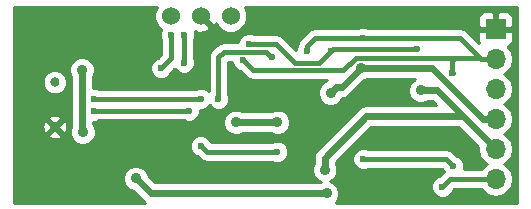
<source format=gbr>
G04 #@! TF.FileFunction,Copper,L2,Bot,Signal*
%FSLAX46Y46*%
G04 Gerber Fmt 4.6, Leading zero omitted, Abs format (unit mm)*
G04 Created by KiCad (PCBNEW 4.0.7-e2-6376~58~ubuntu16.04.1) date Wed Aug 15 22:40:32 2018*
%MOMM*%
%LPD*%
G01*
G04 APERTURE LIST*
%ADD10C,0.100000*%
%ADD11C,0.797560*%
%ADD12R,1.700000X1.700000*%
%ADD13O,1.700000X1.700000*%
%ADD14C,1.524000*%
%ADD15C,0.600000*%
%ADD16C,0.900000*%
%ADD17C,0.400000*%
%ADD18C,0.600000*%
%ADD19C,0.254000*%
G04 APERTURE END LIST*
D10*
D11*
X151146300Y-109897380D03*
X151148840Y-106100080D03*
D12*
X188468000Y-101600000D03*
D13*
X188468000Y-104140000D03*
X188468000Y-106680000D03*
X188468000Y-109220000D03*
X188468000Y-111760000D03*
X188468000Y-114300000D03*
D14*
X166040000Y-100500000D03*
X163500000Y-100500000D03*
X160960000Y-100500000D03*
D15*
X170000000Y-112000000D03*
X163500000Y-111500000D03*
D16*
X151106974Y-112299859D03*
X174217576Y-110164688D03*
X157500000Y-104500000D03*
X162000000Y-112500000D03*
X181750000Y-101075000D03*
X181750000Y-111345000D03*
X166500000Y-107500000D03*
X149000000Y-101500000D03*
X174155909Y-115518483D03*
X158000000Y-114250000D03*
X177107151Y-104881895D03*
X174500000Y-107000000D03*
X170000000Y-109500000D03*
X166500000Y-109500000D03*
X153513161Y-110324409D03*
X174000000Y-113500000D03*
X153441080Y-105058920D03*
X182141879Y-106795662D03*
D15*
X163500000Y-107500000D03*
X154500000Y-107500000D03*
X162500000Y-108500000D03*
X154500000Y-108500000D03*
X167103419Y-104251795D03*
X184896781Y-113224187D03*
X172500000Y-103500000D03*
X184807481Y-105289494D03*
X177250000Y-112615000D03*
X177250000Y-102345000D03*
X181809990Y-103319613D03*
X167569989Y-102871784D03*
X174500000Y-103500000D03*
X183966291Y-114934923D03*
X169500000Y-104000000D03*
X165000000Y-107500000D03*
X162107671Y-102131209D03*
X162086495Y-104460580D03*
X160988761Y-102124878D03*
X160148882Y-104915866D03*
D17*
X164000000Y-112000000D02*
X170000000Y-112000000D01*
X163500000Y-111500000D02*
X164000000Y-112000000D01*
D18*
X188468000Y-109220000D02*
X187392855Y-109220000D01*
X187392855Y-109220000D02*
X183054750Y-104881895D01*
X183054750Y-104881895D02*
X177743547Y-104881895D01*
X177743547Y-104881895D02*
X177107151Y-104881895D01*
X173519513Y-115518483D02*
X174155909Y-115518483D01*
X159268483Y-115518483D02*
X173519513Y-115518483D01*
X158000000Y-114250000D02*
X159268483Y-115518483D01*
X174500000Y-107000000D02*
X174949999Y-106550001D01*
X174949999Y-106550001D02*
X175439045Y-106550001D01*
X175439045Y-106550001D02*
X177107151Y-104881895D01*
X166500000Y-109500000D02*
X170000000Y-109500000D01*
X153441080Y-110252328D02*
X153513161Y-110324409D01*
X153441080Y-105058920D02*
X153441080Y-110252328D01*
X188468000Y-111760000D02*
X185708000Y-109000000D01*
X185708000Y-109000000D02*
X183503662Y-106795662D01*
X177500000Y-109000000D02*
X185708000Y-109000000D01*
X174000000Y-112500000D02*
X177500000Y-109000000D01*
X174000000Y-113500000D02*
X174000000Y-112500000D01*
X182778275Y-106795662D02*
X182141879Y-106795662D01*
X183503662Y-106795662D02*
X182778275Y-106795662D01*
D17*
X154500000Y-107500000D02*
X163500000Y-107500000D01*
X162000000Y-108500000D02*
X162500000Y-108500000D01*
X154500000Y-108500000D02*
X162000000Y-108500000D01*
X176654049Y-104019716D02*
X185000000Y-104019716D01*
X185000000Y-104019716D02*
X187145635Y-104019716D01*
X184807481Y-105289494D02*
X184807481Y-104212235D01*
X184807481Y-104212235D02*
X185000000Y-104019716D01*
X177250000Y-102345000D02*
X185470919Y-102345000D01*
X185470919Y-102345000D02*
X187145635Y-104019716D01*
X167103419Y-104251795D02*
X167951289Y-105099665D01*
X187265919Y-104140000D02*
X188468000Y-104140000D01*
X167951289Y-105099665D02*
X175574100Y-105099665D01*
X175574100Y-105099665D02*
X176654049Y-104019716D01*
X187145635Y-104019716D02*
X187265919Y-104140000D01*
X184596782Y-112924188D02*
X184896781Y-113224187D01*
X184287594Y-112615000D02*
X184596782Y-112924188D01*
X177250000Y-112615000D02*
X184287594Y-112615000D01*
X172500000Y-103000000D02*
X173155000Y-102345000D01*
X173155000Y-102345000D02*
X177250000Y-102345000D01*
X172500000Y-103500000D02*
X172500000Y-103000000D01*
X184823487Y-105289494D02*
X184807481Y-105289494D01*
X174500000Y-103500000D02*
X174500000Y-103491058D01*
X174500000Y-103491058D02*
X174671445Y-103319613D01*
X174671445Y-103319613D02*
X181809990Y-103319613D01*
X167994253Y-102871784D02*
X167569989Y-102871784D01*
X173500000Y-104500000D02*
X171500000Y-104500000D01*
X169871784Y-102871784D02*
X167994253Y-102871784D01*
X174500000Y-103500000D02*
X173500000Y-104500000D01*
X171500000Y-104500000D02*
X169871784Y-102871784D01*
X169061785Y-103561785D02*
X169200001Y-103700001D01*
X165000000Y-107500000D02*
X165000000Y-104000000D01*
X165000000Y-104000000D02*
X165438215Y-103561785D01*
X165438215Y-103561785D02*
X169061785Y-103561785D01*
X169200001Y-103700001D02*
X169500000Y-104000000D01*
X184601214Y-114300000D02*
X184266290Y-114634924D01*
X188468000Y-114300000D02*
X184601214Y-114300000D01*
X184266290Y-114634924D02*
X183966291Y-114934923D01*
X162086495Y-102152385D02*
X162107671Y-102131209D01*
X162086495Y-104460580D02*
X162086495Y-102152385D01*
X160988761Y-102549142D02*
X160988761Y-102124878D01*
X160988761Y-104075987D02*
X160988761Y-102549142D01*
X160148882Y-104915866D02*
X160988761Y-104075987D01*
D19*
G36*
X159563243Y-100220900D02*
X159562758Y-100776661D01*
X159774990Y-101290303D01*
X160161945Y-101677934D01*
X160053923Y-101938079D01*
X160053599Y-102310045D01*
X160153761Y-102552456D01*
X160153761Y-103730119D01*
X159860549Y-104023331D01*
X159619939Y-104122749D01*
X159356690Y-104385539D01*
X159214044Y-104729067D01*
X159213720Y-105101033D01*
X159355765Y-105444809D01*
X159618555Y-105708058D01*
X159962083Y-105850704D01*
X160334049Y-105851028D01*
X160677825Y-105708983D01*
X160941074Y-105446193D01*
X161041660Y-105203956D01*
X161282477Y-104963139D01*
X161293378Y-104989523D01*
X161556168Y-105252772D01*
X161899696Y-105395418D01*
X162271662Y-105395742D01*
X162615438Y-105253697D01*
X162878687Y-104990907D01*
X163021333Y-104647379D01*
X163021657Y-104275413D01*
X162921495Y-104033002D01*
X162921495Y-102609441D01*
X163042509Y-102318008D01*
X163042833Y-101946042D01*
X162981818Y-101798374D01*
X163292302Y-101909144D01*
X163847368Y-101881362D01*
X164231143Y-101722397D01*
X164300608Y-101480213D01*
X163500000Y-100679605D01*
X163485858Y-100693748D01*
X163306253Y-100514143D01*
X163320395Y-100500000D01*
X163306253Y-100485858D01*
X163485858Y-100306253D01*
X163500000Y-100320395D01*
X163514143Y-100306253D01*
X163693748Y-100485858D01*
X163679605Y-100500000D01*
X164480213Y-101300608D01*
X164722397Y-101231143D01*
X164772509Y-101090682D01*
X164854990Y-101290303D01*
X165247630Y-101683629D01*
X165760900Y-101896757D01*
X166316661Y-101897242D01*
X166830303Y-101685010D01*
X167223629Y-101292370D01*
X167436757Y-100779100D01*
X167436892Y-100623690D01*
X186983000Y-100623690D01*
X186983000Y-101314250D01*
X187141750Y-101473000D01*
X188341000Y-101473000D01*
X188341000Y-100273750D01*
X188595000Y-100273750D01*
X188595000Y-101473000D01*
X189794250Y-101473000D01*
X189953000Y-101314250D01*
X189953000Y-100623690D01*
X189856327Y-100390301D01*
X189677698Y-100211673D01*
X189444309Y-100115000D01*
X188753750Y-100115000D01*
X188595000Y-100273750D01*
X188341000Y-100273750D01*
X188182250Y-100115000D01*
X187491691Y-100115000D01*
X187258302Y-100211673D01*
X187079673Y-100390301D01*
X186983000Y-100623690D01*
X167436892Y-100623690D01*
X167437242Y-100223339D01*
X167225135Y-99710000D01*
X190290000Y-99710000D01*
X190290000Y-116290000D01*
X174918806Y-116290000D01*
X175075191Y-116133888D01*
X175240720Y-115735250D01*
X175241097Y-115303610D01*
X175076263Y-114904683D01*
X174771314Y-114599201D01*
X174476864Y-114476935D01*
X174613800Y-114420354D01*
X174919282Y-114115405D01*
X175084811Y-113716767D01*
X175085188Y-113285127D01*
X174935000Y-112921646D01*
X174935000Y-112887290D01*
X177887290Y-109935000D01*
X185320710Y-109935000D01*
X186985729Y-111600019D01*
X186953907Y-111760000D01*
X187066946Y-112328285D01*
X187388853Y-112810054D01*
X187718026Y-113030000D01*
X187388853Y-113249946D01*
X187245159Y-113465000D01*
X185809190Y-113465000D01*
X185831619Y-113410986D01*
X185831943Y-113039020D01*
X185689898Y-112695244D01*
X185427108Y-112431995D01*
X185184871Y-112331409D01*
X184878028Y-112024566D01*
X184841262Y-112000000D01*
X184607135Y-111843561D01*
X184287594Y-111780000D01*
X177677234Y-111780000D01*
X177436799Y-111680162D01*
X177064833Y-111679838D01*
X176721057Y-111821883D01*
X176457808Y-112084673D01*
X176315162Y-112428201D01*
X176314838Y-112800167D01*
X176456883Y-113143943D01*
X176719673Y-113407192D01*
X177063201Y-113549838D01*
X177435167Y-113550162D01*
X177677578Y-113450000D01*
X183941726Y-113450000D01*
X184004246Y-113512520D01*
X184069462Y-113670356D01*
X184010780Y-113709566D01*
X183677958Y-114042388D01*
X183437348Y-114141806D01*
X183174099Y-114404596D01*
X183031453Y-114748124D01*
X183031129Y-115120090D01*
X183173174Y-115463866D01*
X183435964Y-115727115D01*
X183779492Y-115869761D01*
X184151458Y-115870085D01*
X184495234Y-115728040D01*
X184758483Y-115465250D01*
X184859069Y-115223013D01*
X184947082Y-115135000D01*
X187245159Y-115135000D01*
X187388853Y-115350054D01*
X187870622Y-115671961D01*
X188438907Y-115785000D01*
X188497093Y-115785000D01*
X189065378Y-115671961D01*
X189547147Y-115350054D01*
X189869054Y-114868285D01*
X189982093Y-114300000D01*
X189869054Y-113731715D01*
X189547147Y-113249946D01*
X189217974Y-113030000D01*
X189547147Y-112810054D01*
X189869054Y-112328285D01*
X189982093Y-111760000D01*
X189869054Y-111191715D01*
X189547147Y-110709946D01*
X189217974Y-110490000D01*
X189547147Y-110270054D01*
X189869054Y-109788285D01*
X189982093Y-109220000D01*
X189869054Y-108651715D01*
X189547147Y-108169946D01*
X189217974Y-107950000D01*
X189547147Y-107730054D01*
X189869054Y-107248285D01*
X189982093Y-106680000D01*
X189869054Y-106111715D01*
X189547147Y-105629946D01*
X189217974Y-105410000D01*
X189547147Y-105190054D01*
X189869054Y-104708285D01*
X189982093Y-104140000D01*
X189869054Y-103571715D01*
X189547147Y-103089946D01*
X189503223Y-103060597D01*
X189677698Y-102988327D01*
X189856327Y-102809699D01*
X189953000Y-102576310D01*
X189953000Y-101885750D01*
X189794250Y-101727000D01*
X188595000Y-101727000D01*
X188595000Y-101747000D01*
X188341000Y-101747000D01*
X188341000Y-101727000D01*
X187141750Y-101727000D01*
X186983000Y-101885750D01*
X186983000Y-102576310D01*
X187053642Y-102746855D01*
X186061353Y-101754566D01*
X185790460Y-101573561D01*
X185470919Y-101510000D01*
X177677234Y-101510000D01*
X177436799Y-101410162D01*
X177064833Y-101409838D01*
X176822422Y-101510000D01*
X173155000Y-101510000D01*
X172835459Y-101573561D01*
X172564566Y-101754566D01*
X171909566Y-102409566D01*
X171728561Y-102680459D01*
X171665000Y-103000000D01*
X171665000Y-103072766D01*
X171565162Y-103313201D01*
X171565100Y-103384232D01*
X170462218Y-102281350D01*
X170384770Y-102229601D01*
X170191325Y-102100345D01*
X169871784Y-102036784D01*
X167997223Y-102036784D01*
X167756788Y-101936946D01*
X167384822Y-101936622D01*
X167041046Y-102078667D01*
X166777797Y-102341457D01*
X166635151Y-102684985D01*
X166635115Y-102726785D01*
X165438215Y-102726785D01*
X165118675Y-102790345D01*
X164847781Y-102971351D01*
X164409566Y-103409566D01*
X164228561Y-103680459D01*
X164165000Y-104000000D01*
X164165000Y-106842716D01*
X164030327Y-106707808D01*
X163686799Y-106565162D01*
X163314833Y-106564838D01*
X163072422Y-106665000D01*
X154927234Y-106665000D01*
X154686799Y-106565162D01*
X154376080Y-106564891D01*
X154376080Y-105636472D01*
X154525891Y-105275687D01*
X154526268Y-104844047D01*
X154361434Y-104445120D01*
X154056485Y-104139638D01*
X153657847Y-103974109D01*
X153226207Y-103973732D01*
X152827280Y-104138566D01*
X152521798Y-104443515D01*
X152356269Y-104842153D01*
X152355892Y-105273793D01*
X152506080Y-105637274D01*
X152506080Y-109920447D01*
X152428350Y-110107642D01*
X152427973Y-110539282D01*
X152592807Y-110938209D01*
X152897756Y-111243691D01*
X153296394Y-111409220D01*
X153728034Y-111409597D01*
X154126961Y-111244763D01*
X154432443Y-110939814D01*
X154597972Y-110541176D01*
X154598349Y-110109536D01*
X154435277Y-109714873D01*
X165414812Y-109714873D01*
X165579646Y-110113800D01*
X165884595Y-110419282D01*
X166283233Y-110584811D01*
X166714873Y-110585188D01*
X167078354Y-110435000D01*
X169422448Y-110435000D01*
X169783233Y-110584811D01*
X170214873Y-110585188D01*
X170613800Y-110420354D01*
X170919282Y-110115405D01*
X171084811Y-109716767D01*
X171085188Y-109285127D01*
X170920354Y-108886200D01*
X170615405Y-108580718D01*
X170216767Y-108415189D01*
X169785127Y-108414812D01*
X169421646Y-108565000D01*
X167077552Y-108565000D01*
X166716767Y-108415189D01*
X166285127Y-108414812D01*
X165886200Y-108579646D01*
X165580718Y-108884595D01*
X165415189Y-109283233D01*
X165414812Y-109714873D01*
X154435277Y-109714873D01*
X154433515Y-109710609D01*
X154376080Y-109653074D01*
X154376080Y-109434893D01*
X154685167Y-109435162D01*
X154927578Y-109335000D01*
X162072766Y-109335000D01*
X162313201Y-109434838D01*
X162685167Y-109435162D01*
X163028943Y-109293117D01*
X163292192Y-109030327D01*
X163434838Y-108686799D01*
X163435057Y-108434944D01*
X163685167Y-108435162D01*
X164028943Y-108293117D01*
X164250155Y-108072291D01*
X164469673Y-108292192D01*
X164813201Y-108434838D01*
X165185167Y-108435162D01*
X165528943Y-108293117D01*
X165792192Y-108030327D01*
X165934838Y-107686799D01*
X165935162Y-107314833D01*
X165835000Y-107072422D01*
X165835000Y-104396785D01*
X166168292Y-104396785D01*
X166168257Y-104436962D01*
X166310302Y-104780738D01*
X166573092Y-105043987D01*
X166815329Y-105144573D01*
X167360855Y-105690099D01*
X167631748Y-105871104D01*
X167951289Y-105934665D01*
X174237079Y-105934665D01*
X173886200Y-106079646D01*
X173580718Y-106384595D01*
X173415189Y-106783233D01*
X173414812Y-107214873D01*
X173579646Y-107613800D01*
X173884595Y-107919282D01*
X174283233Y-108084811D01*
X174714873Y-108085188D01*
X175113800Y-107920354D01*
X175419282Y-107615405D01*
X175476526Y-107477545D01*
X175796854Y-107413828D01*
X176100190Y-107211146D01*
X177359905Y-105951431D01*
X177685505Y-105816895D01*
X181669449Y-105816895D01*
X181528079Y-105875308D01*
X181222597Y-106180257D01*
X181057068Y-106578895D01*
X181056691Y-107010535D01*
X181221525Y-107409462D01*
X181526474Y-107714944D01*
X181925112Y-107880473D01*
X182356752Y-107880850D01*
X182720233Y-107730662D01*
X183116372Y-107730662D01*
X183450710Y-108065000D01*
X177500000Y-108065000D01*
X177142191Y-108136173D01*
X176838855Y-108338855D01*
X173338855Y-111838855D01*
X173136173Y-112142191D01*
X173065000Y-112500000D01*
X173065000Y-112922448D01*
X172915189Y-113283233D01*
X172914812Y-113714873D01*
X173079646Y-114113800D01*
X173384595Y-114419282D01*
X173679045Y-114541548D01*
X173577555Y-114583483D01*
X159655773Y-114583483D01*
X159069536Y-113997246D01*
X158920354Y-113636200D01*
X158615405Y-113330718D01*
X158216767Y-113165189D01*
X157785127Y-113164812D01*
X157386200Y-113329646D01*
X157080718Y-113634595D01*
X156915189Y-114033233D01*
X156914812Y-114464873D01*
X157079646Y-114863800D01*
X157384595Y-115169282D01*
X157747814Y-115320104D01*
X158607338Y-116179628D01*
X158772522Y-116290000D01*
X147710000Y-116290000D01*
X147710000Y-111685167D01*
X162564838Y-111685167D01*
X162706883Y-112028943D01*
X162969673Y-112292192D01*
X163211910Y-112392778D01*
X163409566Y-112590434D01*
X163680460Y-112771440D01*
X164000000Y-112835000D01*
X169572766Y-112835000D01*
X169813201Y-112934838D01*
X170185167Y-112935162D01*
X170528943Y-112793117D01*
X170792192Y-112530327D01*
X170934838Y-112186799D01*
X170935162Y-111814833D01*
X170793117Y-111471057D01*
X170530327Y-111207808D01*
X170186799Y-111065162D01*
X169814833Y-111064838D01*
X169572422Y-111165000D01*
X164373252Y-111165000D01*
X164293117Y-110971057D01*
X164030327Y-110707808D01*
X163686799Y-110565162D01*
X163314833Y-110564838D01*
X162971057Y-110706883D01*
X162707808Y-110969673D01*
X162565162Y-111313201D01*
X162564838Y-111685167D01*
X147710000Y-111685167D01*
X147710000Y-110613841D01*
X150609444Y-110613841D01*
X150634014Y-110818546D01*
X151025524Y-110944470D01*
X151435422Y-110910984D01*
X151658586Y-110818546D01*
X151683156Y-110613841D01*
X151146300Y-110076985D01*
X150609444Y-110613841D01*
X147710000Y-110613841D01*
X147710000Y-109776604D01*
X150099210Y-109776604D01*
X150132696Y-110186502D01*
X150225134Y-110409666D01*
X150429839Y-110434236D01*
X150966695Y-109897380D01*
X151325905Y-109897380D01*
X151862761Y-110434236D01*
X152067466Y-110409666D01*
X152193390Y-110018156D01*
X152159904Y-109608258D01*
X152067466Y-109385094D01*
X151862761Y-109360524D01*
X151325905Y-109897380D01*
X150966695Y-109897380D01*
X150429839Y-109360524D01*
X150225134Y-109385094D01*
X150099210Y-109776604D01*
X147710000Y-109776604D01*
X147710000Y-109180919D01*
X150609444Y-109180919D01*
X151146300Y-109717775D01*
X151683156Y-109180919D01*
X151658586Y-108976214D01*
X151267076Y-108850290D01*
X150857178Y-108883776D01*
X150634014Y-108976214D01*
X150609444Y-109180919D01*
X147710000Y-109180919D01*
X147710000Y-106304809D01*
X150114881Y-106304809D01*
X150271933Y-106684904D01*
X150562486Y-106975965D01*
X150942306Y-107133680D01*
X151353569Y-107134039D01*
X151733664Y-106976987D01*
X152024725Y-106686434D01*
X152182440Y-106306614D01*
X152182799Y-105895351D01*
X152025747Y-105515256D01*
X151735194Y-105224195D01*
X151355374Y-105066480D01*
X150944111Y-105066121D01*
X150564016Y-105223173D01*
X150272955Y-105513726D01*
X150115240Y-105893546D01*
X150114881Y-106304809D01*
X147710000Y-106304809D01*
X147710000Y-99710000D01*
X159775387Y-99710000D01*
X159563243Y-100220900D01*
X159563243Y-100220900D01*
G37*
X159563243Y-100220900D02*
X159562758Y-100776661D01*
X159774990Y-101290303D01*
X160161945Y-101677934D01*
X160053923Y-101938079D01*
X160053599Y-102310045D01*
X160153761Y-102552456D01*
X160153761Y-103730119D01*
X159860549Y-104023331D01*
X159619939Y-104122749D01*
X159356690Y-104385539D01*
X159214044Y-104729067D01*
X159213720Y-105101033D01*
X159355765Y-105444809D01*
X159618555Y-105708058D01*
X159962083Y-105850704D01*
X160334049Y-105851028D01*
X160677825Y-105708983D01*
X160941074Y-105446193D01*
X161041660Y-105203956D01*
X161282477Y-104963139D01*
X161293378Y-104989523D01*
X161556168Y-105252772D01*
X161899696Y-105395418D01*
X162271662Y-105395742D01*
X162615438Y-105253697D01*
X162878687Y-104990907D01*
X163021333Y-104647379D01*
X163021657Y-104275413D01*
X162921495Y-104033002D01*
X162921495Y-102609441D01*
X163042509Y-102318008D01*
X163042833Y-101946042D01*
X162981818Y-101798374D01*
X163292302Y-101909144D01*
X163847368Y-101881362D01*
X164231143Y-101722397D01*
X164300608Y-101480213D01*
X163500000Y-100679605D01*
X163485858Y-100693748D01*
X163306253Y-100514143D01*
X163320395Y-100500000D01*
X163306253Y-100485858D01*
X163485858Y-100306253D01*
X163500000Y-100320395D01*
X163514143Y-100306253D01*
X163693748Y-100485858D01*
X163679605Y-100500000D01*
X164480213Y-101300608D01*
X164722397Y-101231143D01*
X164772509Y-101090682D01*
X164854990Y-101290303D01*
X165247630Y-101683629D01*
X165760900Y-101896757D01*
X166316661Y-101897242D01*
X166830303Y-101685010D01*
X167223629Y-101292370D01*
X167436757Y-100779100D01*
X167436892Y-100623690D01*
X186983000Y-100623690D01*
X186983000Y-101314250D01*
X187141750Y-101473000D01*
X188341000Y-101473000D01*
X188341000Y-100273750D01*
X188595000Y-100273750D01*
X188595000Y-101473000D01*
X189794250Y-101473000D01*
X189953000Y-101314250D01*
X189953000Y-100623690D01*
X189856327Y-100390301D01*
X189677698Y-100211673D01*
X189444309Y-100115000D01*
X188753750Y-100115000D01*
X188595000Y-100273750D01*
X188341000Y-100273750D01*
X188182250Y-100115000D01*
X187491691Y-100115000D01*
X187258302Y-100211673D01*
X187079673Y-100390301D01*
X186983000Y-100623690D01*
X167436892Y-100623690D01*
X167437242Y-100223339D01*
X167225135Y-99710000D01*
X190290000Y-99710000D01*
X190290000Y-116290000D01*
X174918806Y-116290000D01*
X175075191Y-116133888D01*
X175240720Y-115735250D01*
X175241097Y-115303610D01*
X175076263Y-114904683D01*
X174771314Y-114599201D01*
X174476864Y-114476935D01*
X174613800Y-114420354D01*
X174919282Y-114115405D01*
X175084811Y-113716767D01*
X175085188Y-113285127D01*
X174935000Y-112921646D01*
X174935000Y-112887290D01*
X177887290Y-109935000D01*
X185320710Y-109935000D01*
X186985729Y-111600019D01*
X186953907Y-111760000D01*
X187066946Y-112328285D01*
X187388853Y-112810054D01*
X187718026Y-113030000D01*
X187388853Y-113249946D01*
X187245159Y-113465000D01*
X185809190Y-113465000D01*
X185831619Y-113410986D01*
X185831943Y-113039020D01*
X185689898Y-112695244D01*
X185427108Y-112431995D01*
X185184871Y-112331409D01*
X184878028Y-112024566D01*
X184841262Y-112000000D01*
X184607135Y-111843561D01*
X184287594Y-111780000D01*
X177677234Y-111780000D01*
X177436799Y-111680162D01*
X177064833Y-111679838D01*
X176721057Y-111821883D01*
X176457808Y-112084673D01*
X176315162Y-112428201D01*
X176314838Y-112800167D01*
X176456883Y-113143943D01*
X176719673Y-113407192D01*
X177063201Y-113549838D01*
X177435167Y-113550162D01*
X177677578Y-113450000D01*
X183941726Y-113450000D01*
X184004246Y-113512520D01*
X184069462Y-113670356D01*
X184010780Y-113709566D01*
X183677958Y-114042388D01*
X183437348Y-114141806D01*
X183174099Y-114404596D01*
X183031453Y-114748124D01*
X183031129Y-115120090D01*
X183173174Y-115463866D01*
X183435964Y-115727115D01*
X183779492Y-115869761D01*
X184151458Y-115870085D01*
X184495234Y-115728040D01*
X184758483Y-115465250D01*
X184859069Y-115223013D01*
X184947082Y-115135000D01*
X187245159Y-115135000D01*
X187388853Y-115350054D01*
X187870622Y-115671961D01*
X188438907Y-115785000D01*
X188497093Y-115785000D01*
X189065378Y-115671961D01*
X189547147Y-115350054D01*
X189869054Y-114868285D01*
X189982093Y-114300000D01*
X189869054Y-113731715D01*
X189547147Y-113249946D01*
X189217974Y-113030000D01*
X189547147Y-112810054D01*
X189869054Y-112328285D01*
X189982093Y-111760000D01*
X189869054Y-111191715D01*
X189547147Y-110709946D01*
X189217974Y-110490000D01*
X189547147Y-110270054D01*
X189869054Y-109788285D01*
X189982093Y-109220000D01*
X189869054Y-108651715D01*
X189547147Y-108169946D01*
X189217974Y-107950000D01*
X189547147Y-107730054D01*
X189869054Y-107248285D01*
X189982093Y-106680000D01*
X189869054Y-106111715D01*
X189547147Y-105629946D01*
X189217974Y-105410000D01*
X189547147Y-105190054D01*
X189869054Y-104708285D01*
X189982093Y-104140000D01*
X189869054Y-103571715D01*
X189547147Y-103089946D01*
X189503223Y-103060597D01*
X189677698Y-102988327D01*
X189856327Y-102809699D01*
X189953000Y-102576310D01*
X189953000Y-101885750D01*
X189794250Y-101727000D01*
X188595000Y-101727000D01*
X188595000Y-101747000D01*
X188341000Y-101747000D01*
X188341000Y-101727000D01*
X187141750Y-101727000D01*
X186983000Y-101885750D01*
X186983000Y-102576310D01*
X187053642Y-102746855D01*
X186061353Y-101754566D01*
X185790460Y-101573561D01*
X185470919Y-101510000D01*
X177677234Y-101510000D01*
X177436799Y-101410162D01*
X177064833Y-101409838D01*
X176822422Y-101510000D01*
X173155000Y-101510000D01*
X172835459Y-101573561D01*
X172564566Y-101754566D01*
X171909566Y-102409566D01*
X171728561Y-102680459D01*
X171665000Y-103000000D01*
X171665000Y-103072766D01*
X171565162Y-103313201D01*
X171565100Y-103384232D01*
X170462218Y-102281350D01*
X170384770Y-102229601D01*
X170191325Y-102100345D01*
X169871784Y-102036784D01*
X167997223Y-102036784D01*
X167756788Y-101936946D01*
X167384822Y-101936622D01*
X167041046Y-102078667D01*
X166777797Y-102341457D01*
X166635151Y-102684985D01*
X166635115Y-102726785D01*
X165438215Y-102726785D01*
X165118675Y-102790345D01*
X164847781Y-102971351D01*
X164409566Y-103409566D01*
X164228561Y-103680459D01*
X164165000Y-104000000D01*
X164165000Y-106842716D01*
X164030327Y-106707808D01*
X163686799Y-106565162D01*
X163314833Y-106564838D01*
X163072422Y-106665000D01*
X154927234Y-106665000D01*
X154686799Y-106565162D01*
X154376080Y-106564891D01*
X154376080Y-105636472D01*
X154525891Y-105275687D01*
X154526268Y-104844047D01*
X154361434Y-104445120D01*
X154056485Y-104139638D01*
X153657847Y-103974109D01*
X153226207Y-103973732D01*
X152827280Y-104138566D01*
X152521798Y-104443515D01*
X152356269Y-104842153D01*
X152355892Y-105273793D01*
X152506080Y-105637274D01*
X152506080Y-109920447D01*
X152428350Y-110107642D01*
X152427973Y-110539282D01*
X152592807Y-110938209D01*
X152897756Y-111243691D01*
X153296394Y-111409220D01*
X153728034Y-111409597D01*
X154126961Y-111244763D01*
X154432443Y-110939814D01*
X154597972Y-110541176D01*
X154598349Y-110109536D01*
X154435277Y-109714873D01*
X165414812Y-109714873D01*
X165579646Y-110113800D01*
X165884595Y-110419282D01*
X166283233Y-110584811D01*
X166714873Y-110585188D01*
X167078354Y-110435000D01*
X169422448Y-110435000D01*
X169783233Y-110584811D01*
X170214873Y-110585188D01*
X170613800Y-110420354D01*
X170919282Y-110115405D01*
X171084811Y-109716767D01*
X171085188Y-109285127D01*
X170920354Y-108886200D01*
X170615405Y-108580718D01*
X170216767Y-108415189D01*
X169785127Y-108414812D01*
X169421646Y-108565000D01*
X167077552Y-108565000D01*
X166716767Y-108415189D01*
X166285127Y-108414812D01*
X165886200Y-108579646D01*
X165580718Y-108884595D01*
X165415189Y-109283233D01*
X165414812Y-109714873D01*
X154435277Y-109714873D01*
X154433515Y-109710609D01*
X154376080Y-109653074D01*
X154376080Y-109434893D01*
X154685167Y-109435162D01*
X154927578Y-109335000D01*
X162072766Y-109335000D01*
X162313201Y-109434838D01*
X162685167Y-109435162D01*
X163028943Y-109293117D01*
X163292192Y-109030327D01*
X163434838Y-108686799D01*
X163435057Y-108434944D01*
X163685167Y-108435162D01*
X164028943Y-108293117D01*
X164250155Y-108072291D01*
X164469673Y-108292192D01*
X164813201Y-108434838D01*
X165185167Y-108435162D01*
X165528943Y-108293117D01*
X165792192Y-108030327D01*
X165934838Y-107686799D01*
X165935162Y-107314833D01*
X165835000Y-107072422D01*
X165835000Y-104396785D01*
X166168292Y-104396785D01*
X166168257Y-104436962D01*
X166310302Y-104780738D01*
X166573092Y-105043987D01*
X166815329Y-105144573D01*
X167360855Y-105690099D01*
X167631748Y-105871104D01*
X167951289Y-105934665D01*
X174237079Y-105934665D01*
X173886200Y-106079646D01*
X173580718Y-106384595D01*
X173415189Y-106783233D01*
X173414812Y-107214873D01*
X173579646Y-107613800D01*
X173884595Y-107919282D01*
X174283233Y-108084811D01*
X174714873Y-108085188D01*
X175113800Y-107920354D01*
X175419282Y-107615405D01*
X175476526Y-107477545D01*
X175796854Y-107413828D01*
X176100190Y-107211146D01*
X177359905Y-105951431D01*
X177685505Y-105816895D01*
X181669449Y-105816895D01*
X181528079Y-105875308D01*
X181222597Y-106180257D01*
X181057068Y-106578895D01*
X181056691Y-107010535D01*
X181221525Y-107409462D01*
X181526474Y-107714944D01*
X181925112Y-107880473D01*
X182356752Y-107880850D01*
X182720233Y-107730662D01*
X183116372Y-107730662D01*
X183450710Y-108065000D01*
X177500000Y-108065000D01*
X177142191Y-108136173D01*
X176838855Y-108338855D01*
X173338855Y-111838855D01*
X173136173Y-112142191D01*
X173065000Y-112500000D01*
X173065000Y-112922448D01*
X172915189Y-113283233D01*
X172914812Y-113714873D01*
X173079646Y-114113800D01*
X173384595Y-114419282D01*
X173679045Y-114541548D01*
X173577555Y-114583483D01*
X159655773Y-114583483D01*
X159069536Y-113997246D01*
X158920354Y-113636200D01*
X158615405Y-113330718D01*
X158216767Y-113165189D01*
X157785127Y-113164812D01*
X157386200Y-113329646D01*
X157080718Y-113634595D01*
X156915189Y-114033233D01*
X156914812Y-114464873D01*
X157079646Y-114863800D01*
X157384595Y-115169282D01*
X157747814Y-115320104D01*
X158607338Y-116179628D01*
X158772522Y-116290000D01*
X147710000Y-116290000D01*
X147710000Y-111685167D01*
X162564838Y-111685167D01*
X162706883Y-112028943D01*
X162969673Y-112292192D01*
X163211910Y-112392778D01*
X163409566Y-112590434D01*
X163680460Y-112771440D01*
X164000000Y-112835000D01*
X169572766Y-112835000D01*
X169813201Y-112934838D01*
X170185167Y-112935162D01*
X170528943Y-112793117D01*
X170792192Y-112530327D01*
X170934838Y-112186799D01*
X170935162Y-111814833D01*
X170793117Y-111471057D01*
X170530327Y-111207808D01*
X170186799Y-111065162D01*
X169814833Y-111064838D01*
X169572422Y-111165000D01*
X164373252Y-111165000D01*
X164293117Y-110971057D01*
X164030327Y-110707808D01*
X163686799Y-110565162D01*
X163314833Y-110564838D01*
X162971057Y-110706883D01*
X162707808Y-110969673D01*
X162565162Y-111313201D01*
X162564838Y-111685167D01*
X147710000Y-111685167D01*
X147710000Y-110613841D01*
X150609444Y-110613841D01*
X150634014Y-110818546D01*
X151025524Y-110944470D01*
X151435422Y-110910984D01*
X151658586Y-110818546D01*
X151683156Y-110613841D01*
X151146300Y-110076985D01*
X150609444Y-110613841D01*
X147710000Y-110613841D01*
X147710000Y-109776604D01*
X150099210Y-109776604D01*
X150132696Y-110186502D01*
X150225134Y-110409666D01*
X150429839Y-110434236D01*
X150966695Y-109897380D01*
X151325905Y-109897380D01*
X151862761Y-110434236D01*
X152067466Y-110409666D01*
X152193390Y-110018156D01*
X152159904Y-109608258D01*
X152067466Y-109385094D01*
X151862761Y-109360524D01*
X151325905Y-109897380D01*
X150966695Y-109897380D01*
X150429839Y-109360524D01*
X150225134Y-109385094D01*
X150099210Y-109776604D01*
X147710000Y-109776604D01*
X147710000Y-109180919D01*
X150609444Y-109180919D01*
X151146300Y-109717775D01*
X151683156Y-109180919D01*
X151658586Y-108976214D01*
X151267076Y-108850290D01*
X150857178Y-108883776D01*
X150634014Y-108976214D01*
X150609444Y-109180919D01*
X147710000Y-109180919D01*
X147710000Y-106304809D01*
X150114881Y-106304809D01*
X150271933Y-106684904D01*
X150562486Y-106975965D01*
X150942306Y-107133680D01*
X151353569Y-107134039D01*
X151733664Y-106976987D01*
X152024725Y-106686434D01*
X152182440Y-106306614D01*
X152182799Y-105895351D01*
X152025747Y-105515256D01*
X151735194Y-105224195D01*
X151355374Y-105066480D01*
X150944111Y-105066121D01*
X150564016Y-105223173D01*
X150272955Y-105513726D01*
X150115240Y-105893546D01*
X150114881Y-106304809D01*
X147710000Y-106304809D01*
X147710000Y-99710000D01*
X159775387Y-99710000D01*
X159563243Y-100220900D01*
M02*

</source>
